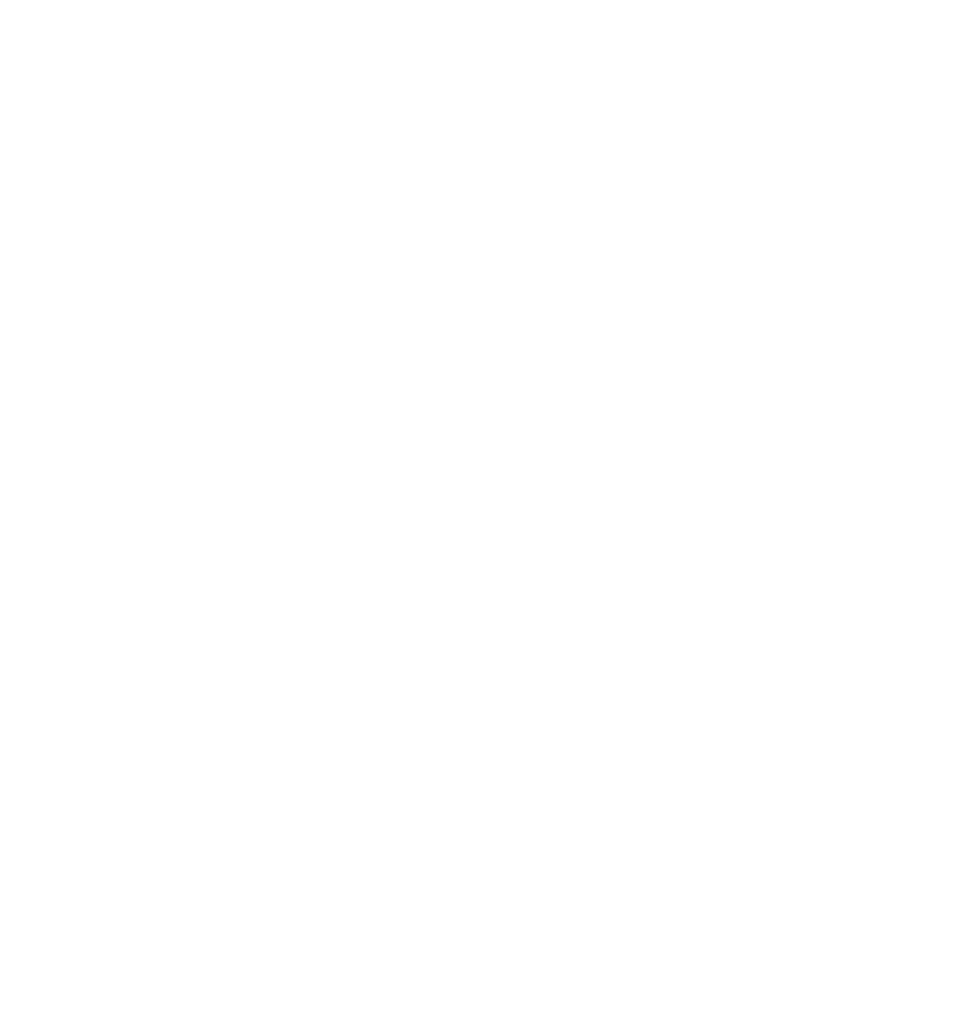
<source format=kicad_pcb>
(kicad_pcb (version 20231120) (generator "kicadtools_test")
  (layers (0 "F.Cu" signal) (31 "B.Cu" signal))
  (footprint "my_project_lib:UsedFootprint" (layer "F.Cu") (at 100 50))
)
</source>
